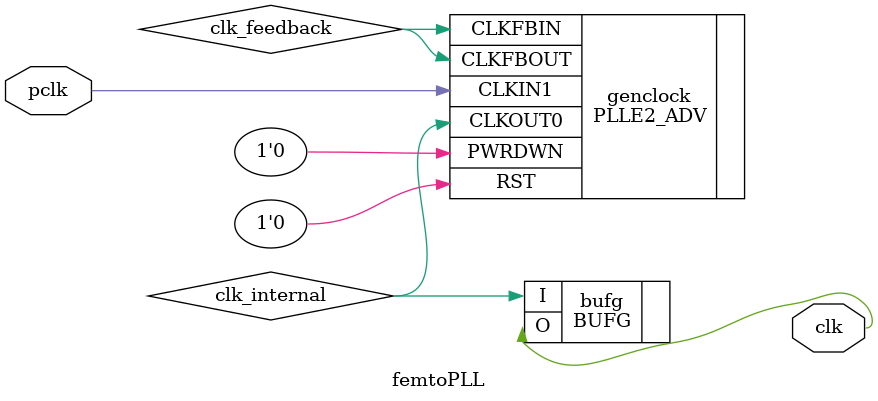
<source format=v>
 module femtoPLL #(
    parameter freq = 50
 ) (
    input wire pclk,
    output wire clk
 );

 wire clk_feedback;
 wire clk_internal;

 PLLE2_ADV #(
    .BANDWIDTH("OPTIMIZED"), // OPTIMIZED, HIGH, LOW
    .CLKFBOUT_MULT(8),       // Multiply value for all CLKOUT (2-64)
    .CLKFBOUT_PHASE("0.0"),  // Phase offset in degrees of CLKFB, (-360-360)
    .CLKIN1_PERIOD("10.0"),  // Input clock period in ns to ps resolution
    .CLKOUT0_DIVIDE(8*100/freq),  
    .CLKOUT0_DUTY_CYCLE("0.5"),
    .CLKOUT0_PHASE("0.0"),
    .DIVCLK_DIVIDE(1),      // Master division value , (1-56)
    .REF_JITTER1("0.0"),    // Reference input jitter in UI (0.000-0.999)
    .STARTUP_WAIT("FALSE")  // Delayu DONE until PLL Locks, ("TRUE"/"FALSE")
 ) genclock(
     .CLKOUT0(clk_internal),
     .CLKFBOUT(clk_feedback), // 1-bit output, feedback clock
     .CLKIN1(pclk),
     .PWRDWN(1'b0),
     .RST(1'b0),
     .CLKFBIN(clk_feedback)    // 1-bit input, feedback clock
 );

 BUFG bufg(
     .I(clk_internal),
     .O(clk)
 );

 endmodule

</source>
